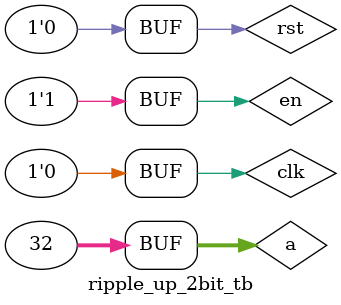
<source format=v>
module ripple_up_2bit_dut (
    clk,rst,en,c
);
    input clk,rst,en;
    output reg [1:0]c;

    always @(posedge clk ) begin
        if(rst==1)
            c=2'b00;
        else if (rst==0 & en==1) begin
            c=c+1;
        end    
    end
endmodule

//tb
module ripple_up_2bit_tb (
);
    reg clk,rst,en;
    wire [1:0]c;
    integer a;

    initial begin
        en=0;
        rst=1;
        clk=0;
        for ( a=0 ;a<32 ;a=a+1 ) begin //16 clk cycles
            #2 clk=~clk;
        end
    end
    initial #10 en=1;
    initial #10 rst=0;
    // always #5 clk=~clk;
    ripple_up_2bit_dut  ab(clk,rst,en,c); //instantiated
endmodule
</source>
